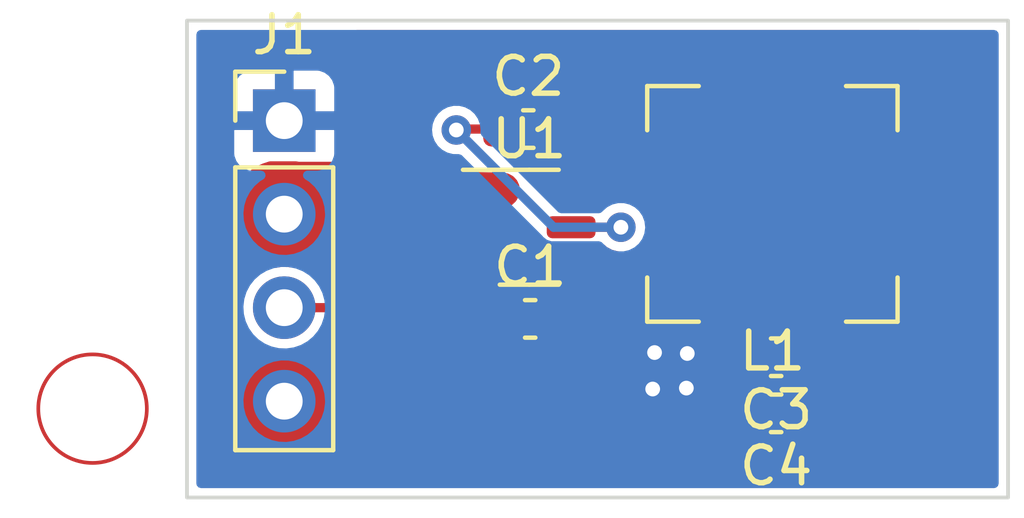
<source format=kicad_pcb>
(kicad_pcb (version 20211014) (generator pcbnew)
  (layers (0 "F.Cu" signal) (31 "B.Cu" signal) (34 "B.Paste" user) (35 "F.Paste" user) (36 "B.SilkS" user "B.Silkscreen") (37 "F.SilkS" user "F.Silkscreen") (38 "B.Mask" user) (39 "F.Mask" user) (44 "Edge.Cuts" user))
  (net 0 "")
  (net 1 "Vin")
  (net 2 "GND")
  (net 3 "EN")
  (net 4 "3.3v")
  (net 5 "Net-(C2-Pad1)")
  (net 6 "Net-(C2-Pad2)")
  (footprint "Package_TO_SOT_SMD:TSOT-23-6" (layer "F.Cu") (at 126.873 89.1032)
    (fp_text reference "U1" (at 0 -2.4) (layer "F.SilkS"))
    (fp_text value "AP63203WU")
    (fp_line (start 0 1.56) (end 0.8 1.56) (layer "F.SilkS") (width 0.12))
    (fp_line (start 0 1.56) (end -0.8 1.56) (layer "F.SilkS") (width 0.12))
    (fp_line (start 0 -1.56) (end 0.8 -1.56) (layer "F.SilkS") (width 0.12))
    (fp_line (start 0 -1.56) (end -1.8 -1.56) (layer "F.SilkS") (width 0.12))
    (pad "1" smd roundrect (at -1.1375 -0.95) (size 1.325 0.6) (layers "F.Cu" "F.Paste" "F.Mask") (net 4 "3.3v"))
    (pad "2" smd roundrect (at -1.1375 0) (size 1.325 0.6) (layers "F.Cu" "F.Paste" "F.Mask") (net 3 "EN"))
    (pad "3" smd roundrect (at -1.1375 0.95) (size 1.325 0.6) (layers "F.Cu" "F.Paste" "F.Mask") (net 1 "Vin"))
    (pad "4" smd roundrect (at 1.1375 0.95) (size 1.325 0.6) (layers "F.Cu" "F.Paste" "F.Mask") (net 2 "GND"))
    (pad "5" smd roundrect (at 1.1375 0) (size 1.325 0.6) (layers "F.Cu" "F.Paste" "F.Mask") (net 5 "Net-(C2-Pad1)"))
    (pad "6" smd roundrect (at 1.1375 -0.95) (size 1.325 0.6) (layers "F.Cu" "F.Paste" "F.Mask") (net 6 "Net-(C2-Pad2)"))
  )
  (footprint "Inductor_SMD:L_Bourns-SRN6028" (layer "F.Cu") (at 133.477 88.4682)
    (fp_text reference "L1" (at 0 4) (layer "F.SilkS"))
    (fp_text value "3.9uH")
    (fp_line (start 3.4 -3.2) (end 2 -3.2) (layer "F.SilkS") (width 0.12))
    (fp_line (start 3.4 -3.2) (end 3.4 -2) (layer "F.SilkS") (width 0.12))
    (fp_line (start -3.4 -3.2) (end -3.4 -2) (layer "F.SilkS") (width 0.12))
    (fp_line (start -3.4 3.2) (end -3.4 2) (layer "F.SilkS") (width 0.12))
    (fp_line (start 3.4 3.2) (end 2 3.2) (layer "F.SilkS") (width 0.12))
    (fp_line (start 3.4 3.2) (end 3.4 2) (layer "F.SilkS") (width 0.12))
    (fp_line (start -3.4 -3.2) (end -2 -3.2) (layer "F.SilkS") (width 0.12))
    (fp_line (start -3.4 3.2) (end -2 3.2) (layer "F.SilkS") (width 0.12))
    (pad "1" smd rect (at -2.35 0) (size 1.6 5.7) (layers "F.Cu" "F.Paste" "F.Mask") (net 5 "Net-(C2-Pad1)"))
    (pad "2" smd rect (at 2.35 0) (size 1.6 5.7) (layers "F.Cu" "F.Paste" "F.Mask") (net 4 "3.3v"))
  )
  (footprint "Capacitor_SMD:C_0603_1608Metric" (layer "F.Cu") (at 133.5786 92.6338 180)
    (fp_text reference "C3" (at 0 -1.43) (layer "F.SilkS"))
    (fp_text value "22uF")
    (fp_line (start -0.14058 0.51) (end 0.14058 0.51) (layer "F.SilkS") (width 0.12))
    (fp_line (start -0.14058 -0.51) (end 0.14058 -0.51) (layer "F.SilkS") (width 0.12))
    (pad "1" smd roundrect (at -0.775 0 180) (size 0.9 0.95) (layers "F.Cu" "F.Paste" "F.Mask") (net 4 "3.3v"))
    (pad "2" smd roundrect (at 0.775 0 180) (size 0.9 0.95) (layers "F.Cu" "F.Paste" "F.Mask") (net 2 "GND"))
  )
  (footprint "Capacitor_SMD:C_0603_1608Metric" (layer "F.Cu") (at 126.8984 91.5924)
    (fp_text reference "C1" (at 0 -1.43) (layer "F.SilkS"))
    (fp_text value "10uF")
    (fp_line (start -0.14058 -0.51) (end 0.14058 -0.51) (layer "F.SilkS") (width 0.12))
    (fp_line (start -0.14058 0.51) (end 0.14058 0.51) (layer "F.SilkS") (width 0.12))
    (pad "1" smd roundrect (at -0.775 0) (size 0.9 0.95) (layers "F.Cu" "F.Paste" "F.Mask") (net 1 "Vin"))
    (pad "2" smd roundrect (at 0.775 0) (size 0.9 0.95) (layers "F.Cu" "F.Paste" "F.Mask") (net 2 "GND"))
  )
  (footprint "Capacitor_SMD:C_0603_1608Metric" (layer "F.Cu") (at 126.8476 86.4362)
    (fp_text reference "C2" (at 0 -1.43) (layer "F.SilkS"))
    (fp_text value "100nF")
    (fp_line (start -0.14058 0.51) (end 0.14058 0.51) (layer "F.SilkS") (width 0.12))
    (fp_line (start -0.14058 -0.51) (end 0.14058 -0.51) (layer "F.SilkS") (width 0.12))
    (pad "1" smd roundrect (at -0.775 0) (size 0.9 0.95) (layers "F.Cu" "F.Paste" "F.Mask") (net 5 "Net-(C2-Pad1)"))
    (pad "2" smd roundrect (at 0.775 0) (size 0.9 0.95) (layers "F.Cu" "F.Paste" "F.Mask") (net 6 "Net-(C2-Pad2)"))
  )
  (footprint "Capacitor_SMD:C_0603_1608Metric" (layer "F.Cu") (at 133.5786 94.1578 180)
    (fp_text reference "C4" (at 0 -1.43) (layer "F.SilkS"))
    (fp_text value "22uF")
    (fp_line (start -0.14058 0.51) (end 0.14058 0.51) (layer "F.SilkS") (width 0.12))
    (fp_line (start -0.14058 -0.51) (end 0.14058 -0.51) (layer "F.SilkS") (width 0.12))
    (pad "1" smd roundrect (at -0.775 0 180) (size 0.9 0.95) (layers "F.Cu" "F.Paste" "F.Mask") (net 4 "3.3v"))
    (pad "2" smd roundrect (at 0.775 0 180) (size 0.9 0.95) (layers "F.Cu" "F.Paste" "F.Mask") (net 2 "GND"))
  )
  (footprint "Connector_PinHeader_2.54mm:PinHeader_1x04_P2.54mm_Vertical" (layer "F.Cu") (at 120.2182 86.2076)
    (fp_text reference "J1" (at 0 -2.33) (layer "F.SilkS"))
    (fp_text value "Conn_01x04_Female")
    (fp_line (start -1.33 1.27) (end 1.33 1.27) (layer "F.SilkS") (width 0.12))
    (fp_line (start -1.33 1.27) (end -1.33 8.95) (layer "F.SilkS") (width 0.12))
    (fp_line (start -1.33 0) (end -1.33 -1.33) (layer "F.SilkS") (width 0.12))
    (fp_line (start 1.33 1.27) (end 1.33 8.95) (layer "F.SilkS") (width 0.12))
    (fp_line (start -1.33 8.95) (end 1.33 8.95) (layer "F.SilkS") (width 0.12))
    (fp_line (start -1.33 -1.33) (end 0 -1.33) (layer "F.SilkS") (width 0.12))
    (pad "1" thru_hole rect (at 0 0) (size 1.7 1.7) (drill 1) (layers *.Cu *.Mask) (net 2 "GND"))
    (pad "2" thru_hole oval (at 0 2.54) (size 1.7 1.7) (drill 1) (layers *.Cu *.Mask) (net 4 "3.3v"))
    (pad "3" thru_hole oval (at 0 5.08) (size 1.7 1.7) (drill 1) (layers *.Cu *.Mask) (net 3 "EN"))
    (pad "4" thru_hole oval (at 0 7.62) (size 1.7 1.7) (drill 1) (layers *.Cu *.Mask) (net 1 "Vin"))
  )
  (gr_circle (center 115.012075 94.0308) (end 116.485275 93.98) (layer "F.Cu") (width 0.1) (fill none))
  (gr_rect (start 117.5766 83.4898) (end 139.8778 96.4438) (layer "Edge.Cuts") (width 0.1) (fill none))
  (segment (start 125.6491 89.9668) (end 125.7355 90.0532) (width 0.25) (layer "F.Cu") (net 1))
  (via (at 130.2766 92.5068) (size 0.8) (drill 0.4) (layers "F.Cu" "B.Cu") (net 2))
  (via (at 131.1656 92.5322) (size 0.8) (drill 0.4) (layers "F.Cu" "B.Cu") (net 2))
  (via (at 131.1402 93.472) (size 0.8) (drill 0.4) (layers "F.Cu" "B.Cu") (net 2))
  (via (at 130.2258 93.4974) (size 0.8) (drill 0.4) (layers "F.Cu" "B.Cu") (net 2))
  (segment (start 125.0442 89.1032) (end 125.7355 89.1032) (width 0.25) (layer "F.Cu") (net 3))
  (segment (start 122.8598 91.2876) (end 125.0442 89.1032) (width 0.25) (layer "F.Cu") (net 3))
  (segment (start 120.2182 91.2876) (end 122.8598 91.2876) (width 0.25) (layer "F.Cu") (net 3))
  (segment (start 125.7101 88.1278) (end 125.7355 88.1532) (width 0.25) (layer "F.Cu") (net 4))
  (segment (start 126.0726 86.4362) (end 124.9172 86.4362) (width 0.25) (layer "F.Cu") (net 5))
  (segment (start 128.0105 89.1032) (end 129.3622 89.1032) (width 0.25) (layer "F.Cu") (net 5))
  (segment (start 124.9172 86.4362) (end 124.8918 86.4616) (width 0.25) (layer "F.Cu") (net 5))
  (via (at 124.8918 86.4616) (size 0.8) (drill 0.4) (layers "F.Cu" "B.Cu") (net 5))
  (via (at 129.3622 89.1032) (size 0.8) (drill 0.4) (layers "F.Cu" "B.Cu") (net 5))
  (segment (start 129.3622 89.1032) (end 127.5334 89.1032) (width 0.25) (layer "B.Cu") (net 5))
  (segment (start 127.5334 89.1032) (end 124.8918 86.4616) (width 0.25) (layer "B.Cu") (net 5))
  (segment (start 127.6226 87.7653) (end 128.0105 88.1532) (width 0.25) (layer "F.Cu") (net 6))
  (segment (start 127.6226 86.4362) (end 127.6226 87.7653) (width 0.25) (layer "F.Cu") (net 6))
  (zone (net 4) (net_name "3.3v") (layer "F.Cu") (connect_pads yes (clearance 0.254)) (min_thickness 0.254) (fill yes (thermal_gap 0.508) (thermal_bridge_width 0.508) (smoothing fillet) (radius 0.5))
    (polygon (pts (xy 121.665212 88.743731) (xy 121.645351 88.502151) (xy 121.586299 88.267059) (xy 121.489645 88.044768) (xy 121.357982 87.841248) (xy 121.194847 87.661965) (xy 121.004621 87.511734) (xy 120.792413 87.394589) (xy 120.563921 87.313675) (xy 120.325282 87.271167) (xy 120.082905 87.268206) (xy 119.843299 87.304871) (xy 119.612899 87.380177) (xy 119.397892 87.492103) (xy 119.204052 87.637642) (xy 119.036586 87.812886) (xy 118.89999 88.013128) (xy 118.797933 88.232991) (xy 118.733155 88.46657) (xy 118.707398 88.707593) (xy 118.721351 88.949586) (xy 118.77464 89.186051) (xy 118.865835 89.410637) (xy 118.992486 89.617312) (xy 119.151192 89.800528) (xy 119.337691 89.955362) (xy 119.546974 90.077657) (xy 119.77342 90.164128) (xy 120.010949 90.212454) (xy 120.253182 90.221336) (xy 120.493612 90.190537) (xy 120.725783 90.120882) (xy 120.943461 90.014243) (xy 121.140799 89.873483) (xy 121.312497 89.702383) (xy 121.453944 89.505538) (xy 121.561342 89.288234) (xy 121.631807 89.056307) (xy 121.663446 88.815986)))
  )
  (zone (net 4) (net_name "3.3v") (layer "F.Cu") (connect_pads yes (clearance 0.254)) (min_thickness 0.254) (fill yes (thermal_gap 0.508) (thermal_bridge_width 0.508) (smoothing fillet) (radius 0.5))
    (polygon (pts (xy 119.888 90.17) (xy 119.888 87.3252) (xy 122.0216 87.3252) (xy 122.0216 83.5152) (xy 137.6172 83.4898) (xy 137.6934 91.5162) (xy 135.4836 95.2754) (xy 133.604 95.2754) (xy 133.681856 85.115389) (xy 129.008256 85.140789) (xy 124.1552 85.1408) (xy 124.1552 87.5792) (xy 126.6444 87.63) (xy 126.5936 88.5952) (xy 124.37377 88.566835) (xy 122.8344 90.17)))
  )
  (zone (net 1) (net_name "Vin") (layer "F.Cu") (connect_pads yes (clearance 0.254)) (min_thickness 0.254) (fill yes (thermal_gap 0.508) (thermal_bridge_width 0.508) (smoothing fillet) (radius 0.5))
    (polygon (pts (xy 126.8984 92.3544) (xy 125.1204 92.3544) (xy 122.2756 95.3008) (xy 119.7356 95.3516) (xy 119.734669 92.410401) (xy 122.268849 92.405329) (xy 125.1204 89.662) (xy 126.8984 89.662)))
  )
  (zone (net 2) (net_name "GND") (layer "F.Cu") (connect_pads thru_hole_only (clearance 0.254)) (min_thickness 0.254) (fill yes (thermal_gap 0.508) (thermal_bridge_width 0.508))
    (polygon (pts (xy 129.413 91.5416) (xy 133.412663 91.622379) (xy 133.35 95.3262) (xy 132.1562 95.3008) (xy 127 92.5576) (xy 127 89.5604) (xy 129.413 89.5604)))
  )
  (zone (net 1) (net_name "Vin") (layer "F.Cu") (connect_pads yes (clearance 0.254)) (min_thickness 0.254) (fill yes (thermal_gap 0.508) (thermal_bridge_width 0.508) (smoothing fillet) (radius 0.5))
    (polygon (pts (xy 121.671928 93.8784) (xy 121.652067 93.63682) (xy 121.593015 93.401728) (xy 121.496361 93.179437) (xy 121.364698 92.975917) (xy 121.201563 92.796634) (xy 121.011337 92.646403) (xy 120.799129 92.529258) (xy 120.570637 92.448344) (xy 120.331998 92.405836) (xy 120.089621 92.402875) (xy 119.850015 92.43954) (xy 119.619615 92.514846) (xy 119.404608 92.626772) (xy 119.210768 92.772311) (xy 119.043302 92.947555) (xy 118.906706 93.147797) (xy 118.804649 93.36766) (xy 118.739871 93.601239) (xy 118.714114 93.842262) (xy 118.728067 94.084255) (xy 118.781356 94.32072) (xy 118.872551 94.545306) (xy 118.999202 94.751981) (xy 119.157908 94.935197) (xy 119.344407 95.090031) (xy 119.55369 95.212326) (xy 119.780136 95.298797) (xy 120.017665 95.347123) (xy 120.259898 95.356005) (xy 120.500328 95.325206) (xy 120.732499 95.255551) (xy 120.950177 95.148912) (xy 121.147515 95.008152) (xy 121.319213 94.837052) (xy 121.46066 94.640207) (xy 121.568058 94.422903) (xy 121.638523 94.190976) (xy 121.670162 93.950655)))
  )
  (zone (net 2) (net_name "GND") (layer "B.Cu") (connect_pads thru_hole_only (clearance 0.254)) (min_thickness 0.254) (fill yes (thermal_gap 0.508) (thermal_bridge_width 0.508))
    (polygon (pts (xy 140.335 83.1088) (xy 140.335 96.6724) (xy 117.2464 96.6724) (xy 117.2718 82.9564) (xy 117.2718 82.931)))
  )
)
</source>
